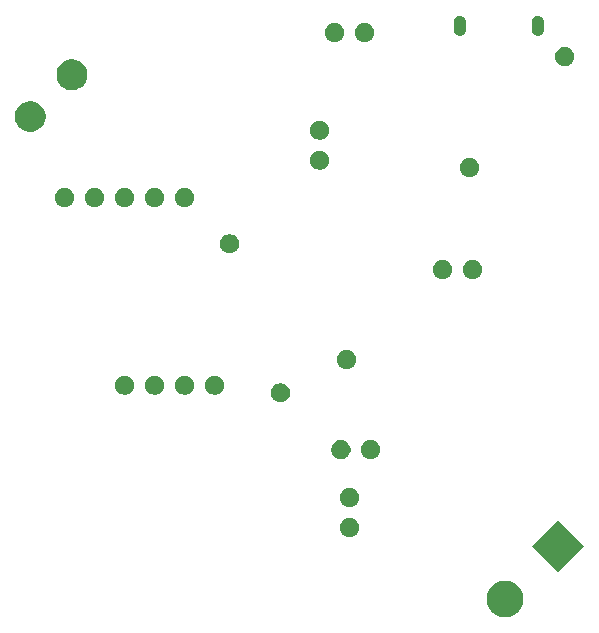
<source format=gbr>
G04 #@! TF.GenerationSoftware,KiCad,Pcbnew,(5.0.1-3-g963ef8bb5)*
G04 #@! TF.CreationDate,2019-03-08T12:42:58-05:00*
G04 #@! TF.ProjectId,badge,62616467652E6B696361645F70636200,rev?*
G04 #@! TF.SameCoordinates,Original*
G04 #@! TF.FileFunction,Soldermask,Bot*
G04 #@! TF.FilePolarity,Negative*
%FSLAX46Y46*%
G04 Gerber Fmt 4.6, Leading zero omitted, Abs format (unit mm)*
G04 Created by KiCad (PCBNEW (5.0.1-3-g963ef8bb5)) date Friday, March 08, 2019 at 12:42:58 PM*
%MOMM*%
%LPD*%
G01*
G04 APERTURE LIST*
%ADD10C,0.100000*%
G04 APERTURE END LIST*
D10*
G36*
X174797409Y-116292259D02*
X174897292Y-116312127D01*
X175179556Y-116429044D01*
X175433587Y-116598782D01*
X175649623Y-116814818D01*
X175819361Y-117068849D01*
X175936278Y-117351113D01*
X175995882Y-117650763D01*
X175995882Y-117956283D01*
X175936278Y-118255933D01*
X175819361Y-118538197D01*
X175649623Y-118792228D01*
X175433587Y-119008264D01*
X175179556Y-119178002D01*
X174897292Y-119294919D01*
X174797409Y-119314787D01*
X174597644Y-119354523D01*
X174292120Y-119354523D01*
X174092355Y-119314787D01*
X173992472Y-119294919D01*
X173710208Y-119178002D01*
X173456177Y-119008264D01*
X173240141Y-118792228D01*
X173070403Y-118538197D01*
X172953486Y-118255933D01*
X172893882Y-117956283D01*
X172893882Y-117650763D01*
X172953486Y-117351113D01*
X173070403Y-117068849D01*
X173240141Y-116814818D01*
X173456177Y-116598782D01*
X173710208Y-116429044D01*
X173992472Y-116312127D01*
X174092355Y-116292259D01*
X174292120Y-116252523D01*
X174597644Y-116252523D01*
X174797409Y-116292259D01*
X174797409Y-116292259D01*
G37*
G36*
X181128456Y-113313395D02*
X178935010Y-115506841D01*
X176741564Y-113313395D01*
X178935010Y-111119949D01*
X181128456Y-113313395D01*
X181128456Y-113313395D01*
G37*
G36*
X161527142Y-110978242D02*
X161675102Y-111039530D01*
X161808258Y-111128502D01*
X161921498Y-111241742D01*
X162010470Y-111374898D01*
X162071758Y-111522858D01*
X162103000Y-111679925D01*
X162103000Y-111840075D01*
X162071758Y-111997142D01*
X162010470Y-112145102D01*
X161921498Y-112278258D01*
X161808258Y-112391498D01*
X161675102Y-112480470D01*
X161527142Y-112541758D01*
X161370075Y-112573000D01*
X161209925Y-112573000D01*
X161052858Y-112541758D01*
X160904898Y-112480470D01*
X160771742Y-112391498D01*
X160658502Y-112278258D01*
X160569530Y-112145102D01*
X160508242Y-111997142D01*
X160477000Y-111840075D01*
X160477000Y-111679925D01*
X160508242Y-111522858D01*
X160569530Y-111374898D01*
X160658502Y-111241742D01*
X160771742Y-111128502D01*
X160904898Y-111039530D01*
X161052858Y-110978242D01*
X161209925Y-110947000D01*
X161370075Y-110947000D01*
X161527142Y-110978242D01*
X161527142Y-110978242D01*
G37*
G36*
X161527142Y-108438242D02*
X161675102Y-108499530D01*
X161808258Y-108588502D01*
X161921498Y-108701742D01*
X162010470Y-108834898D01*
X162071758Y-108982858D01*
X162103000Y-109139925D01*
X162103000Y-109300075D01*
X162071758Y-109457142D01*
X162010470Y-109605102D01*
X161921498Y-109738258D01*
X161808258Y-109851498D01*
X161675102Y-109940470D01*
X161527142Y-110001758D01*
X161370075Y-110033000D01*
X161209925Y-110033000D01*
X161052858Y-110001758D01*
X160904898Y-109940470D01*
X160771742Y-109851498D01*
X160658502Y-109738258D01*
X160569530Y-109605102D01*
X160508242Y-109457142D01*
X160477000Y-109300075D01*
X160477000Y-109139925D01*
X160508242Y-108982858D01*
X160569530Y-108834898D01*
X160658502Y-108701742D01*
X160771742Y-108588502D01*
X160904898Y-108499530D01*
X161052858Y-108438242D01*
X161209925Y-108407000D01*
X161370075Y-108407000D01*
X161527142Y-108438242D01*
X161527142Y-108438242D01*
G37*
G36*
X163305142Y-104374242D02*
X163453102Y-104435530D01*
X163586258Y-104524502D01*
X163699498Y-104637742D01*
X163788470Y-104770898D01*
X163849758Y-104918858D01*
X163881000Y-105075925D01*
X163881000Y-105236075D01*
X163849758Y-105393142D01*
X163788470Y-105541102D01*
X163699498Y-105674258D01*
X163586258Y-105787498D01*
X163453102Y-105876470D01*
X163305142Y-105937758D01*
X163148075Y-105969000D01*
X162987925Y-105969000D01*
X162830858Y-105937758D01*
X162682898Y-105876470D01*
X162549742Y-105787498D01*
X162436502Y-105674258D01*
X162347530Y-105541102D01*
X162286242Y-105393142D01*
X162255000Y-105236075D01*
X162255000Y-105075925D01*
X162286242Y-104918858D01*
X162347530Y-104770898D01*
X162436502Y-104637742D01*
X162549742Y-104524502D01*
X162682898Y-104435530D01*
X162830858Y-104374242D01*
X162987925Y-104343000D01*
X163148075Y-104343000D01*
X163305142Y-104374242D01*
X163305142Y-104374242D01*
G37*
G36*
X160790542Y-104374242D02*
X160938502Y-104435530D01*
X161071658Y-104524502D01*
X161184898Y-104637742D01*
X161273870Y-104770898D01*
X161335158Y-104918858D01*
X161366400Y-105075925D01*
X161366400Y-105236075D01*
X161335158Y-105393142D01*
X161273870Y-105541102D01*
X161184898Y-105674258D01*
X161071658Y-105787498D01*
X160938502Y-105876470D01*
X160790542Y-105937758D01*
X160633475Y-105969000D01*
X160473325Y-105969000D01*
X160316258Y-105937758D01*
X160168298Y-105876470D01*
X160035142Y-105787498D01*
X159921902Y-105674258D01*
X159832930Y-105541102D01*
X159771642Y-105393142D01*
X159740400Y-105236075D01*
X159740400Y-105075925D01*
X159771642Y-104918858D01*
X159832930Y-104770898D01*
X159921902Y-104637742D01*
X160035142Y-104524502D01*
X160168298Y-104435530D01*
X160316258Y-104374242D01*
X160473325Y-104343000D01*
X160633475Y-104343000D01*
X160790542Y-104374242D01*
X160790542Y-104374242D01*
G37*
G36*
X155662142Y-99568242D02*
X155810102Y-99629530D01*
X155943258Y-99718502D01*
X156056498Y-99831742D01*
X156145470Y-99964898D01*
X156206758Y-100112858D01*
X156238000Y-100269925D01*
X156238000Y-100430075D01*
X156206758Y-100587142D01*
X156145470Y-100735102D01*
X156056498Y-100868258D01*
X155943258Y-100981498D01*
X155810102Y-101070470D01*
X155662142Y-101131758D01*
X155505075Y-101163000D01*
X155344925Y-101163000D01*
X155187858Y-101131758D01*
X155039898Y-101070470D01*
X154906742Y-100981498D01*
X154793502Y-100868258D01*
X154704530Y-100735102D01*
X154643242Y-100587142D01*
X154612000Y-100430075D01*
X154612000Y-100269925D01*
X154643242Y-100112858D01*
X154704530Y-99964898D01*
X154793502Y-99831742D01*
X154906742Y-99718502D01*
X155039898Y-99629530D01*
X155187858Y-99568242D01*
X155344925Y-99537000D01*
X155505075Y-99537000D01*
X155662142Y-99568242D01*
X155662142Y-99568242D01*
G37*
G36*
X145017142Y-98913242D02*
X145165102Y-98974530D01*
X145298258Y-99063502D01*
X145411498Y-99176742D01*
X145500470Y-99309898D01*
X145561758Y-99457858D01*
X145593000Y-99614925D01*
X145593000Y-99775075D01*
X145561758Y-99932142D01*
X145500470Y-100080102D01*
X145411498Y-100213258D01*
X145298258Y-100326498D01*
X145165102Y-100415470D01*
X145017142Y-100476758D01*
X144860075Y-100508000D01*
X144699925Y-100508000D01*
X144542858Y-100476758D01*
X144394898Y-100415470D01*
X144261742Y-100326498D01*
X144148502Y-100213258D01*
X144059530Y-100080102D01*
X143998242Y-99932142D01*
X143967000Y-99775075D01*
X143967000Y-99614925D01*
X143998242Y-99457858D01*
X144059530Y-99309898D01*
X144148502Y-99176742D01*
X144261742Y-99063502D01*
X144394898Y-98974530D01*
X144542858Y-98913242D01*
X144699925Y-98882000D01*
X144860075Y-98882000D01*
X145017142Y-98913242D01*
X145017142Y-98913242D01*
G37*
G36*
X142477142Y-98913242D02*
X142625102Y-98974530D01*
X142758258Y-99063502D01*
X142871498Y-99176742D01*
X142960470Y-99309898D01*
X143021758Y-99457858D01*
X143053000Y-99614925D01*
X143053000Y-99775075D01*
X143021758Y-99932142D01*
X142960470Y-100080102D01*
X142871498Y-100213258D01*
X142758258Y-100326498D01*
X142625102Y-100415470D01*
X142477142Y-100476758D01*
X142320075Y-100508000D01*
X142159925Y-100508000D01*
X142002858Y-100476758D01*
X141854898Y-100415470D01*
X141721742Y-100326498D01*
X141608502Y-100213258D01*
X141519530Y-100080102D01*
X141458242Y-99932142D01*
X141427000Y-99775075D01*
X141427000Y-99614925D01*
X141458242Y-99457858D01*
X141519530Y-99309898D01*
X141608502Y-99176742D01*
X141721742Y-99063502D01*
X141854898Y-98974530D01*
X142002858Y-98913242D01*
X142159925Y-98882000D01*
X142320075Y-98882000D01*
X142477142Y-98913242D01*
X142477142Y-98913242D01*
G37*
G36*
X150097142Y-98913242D02*
X150245102Y-98974530D01*
X150378258Y-99063502D01*
X150491498Y-99176742D01*
X150580470Y-99309898D01*
X150641758Y-99457858D01*
X150673000Y-99614925D01*
X150673000Y-99775075D01*
X150641758Y-99932142D01*
X150580470Y-100080102D01*
X150491498Y-100213258D01*
X150378258Y-100326498D01*
X150245102Y-100415470D01*
X150097142Y-100476758D01*
X149940075Y-100508000D01*
X149779925Y-100508000D01*
X149622858Y-100476758D01*
X149474898Y-100415470D01*
X149341742Y-100326498D01*
X149228502Y-100213258D01*
X149139530Y-100080102D01*
X149078242Y-99932142D01*
X149047000Y-99775075D01*
X149047000Y-99614925D01*
X149078242Y-99457858D01*
X149139530Y-99309898D01*
X149228502Y-99176742D01*
X149341742Y-99063502D01*
X149474898Y-98974530D01*
X149622858Y-98913242D01*
X149779925Y-98882000D01*
X149940075Y-98882000D01*
X150097142Y-98913242D01*
X150097142Y-98913242D01*
G37*
G36*
X147557142Y-98913242D02*
X147705102Y-98974530D01*
X147838258Y-99063502D01*
X147951498Y-99176742D01*
X148040470Y-99309898D01*
X148101758Y-99457858D01*
X148133000Y-99614925D01*
X148133000Y-99775075D01*
X148101758Y-99932142D01*
X148040470Y-100080102D01*
X147951498Y-100213258D01*
X147838258Y-100326498D01*
X147705102Y-100415470D01*
X147557142Y-100476758D01*
X147400075Y-100508000D01*
X147239925Y-100508000D01*
X147082858Y-100476758D01*
X146934898Y-100415470D01*
X146801742Y-100326498D01*
X146688502Y-100213258D01*
X146599530Y-100080102D01*
X146538242Y-99932142D01*
X146507000Y-99775075D01*
X146507000Y-99614925D01*
X146538242Y-99457858D01*
X146599530Y-99309898D01*
X146688502Y-99176742D01*
X146801742Y-99063502D01*
X146934898Y-98974530D01*
X147082858Y-98913242D01*
X147239925Y-98882000D01*
X147400075Y-98882000D01*
X147557142Y-98913242D01*
X147557142Y-98913242D01*
G37*
G36*
X161273142Y-96754242D02*
X161421102Y-96815530D01*
X161554258Y-96904502D01*
X161667498Y-97017742D01*
X161756470Y-97150898D01*
X161817758Y-97298858D01*
X161849000Y-97455925D01*
X161849000Y-97616075D01*
X161817758Y-97773142D01*
X161756470Y-97921102D01*
X161667498Y-98054258D01*
X161554258Y-98167498D01*
X161421102Y-98256470D01*
X161273142Y-98317758D01*
X161116075Y-98349000D01*
X160955925Y-98349000D01*
X160798858Y-98317758D01*
X160650898Y-98256470D01*
X160517742Y-98167498D01*
X160404502Y-98054258D01*
X160315530Y-97921102D01*
X160254242Y-97773142D01*
X160223000Y-97616075D01*
X160223000Y-97455925D01*
X160254242Y-97298858D01*
X160315530Y-97150898D01*
X160404502Y-97017742D01*
X160517742Y-96904502D01*
X160650898Y-96815530D01*
X160798858Y-96754242D01*
X160955925Y-96723000D01*
X161116075Y-96723000D01*
X161273142Y-96754242D01*
X161273142Y-96754242D01*
G37*
G36*
X169401142Y-89134242D02*
X169549102Y-89195530D01*
X169682258Y-89284502D01*
X169795498Y-89397742D01*
X169884470Y-89530898D01*
X169945758Y-89678858D01*
X169977000Y-89835925D01*
X169977000Y-89996075D01*
X169945758Y-90153142D01*
X169884470Y-90301102D01*
X169795498Y-90434258D01*
X169682258Y-90547498D01*
X169549102Y-90636470D01*
X169401142Y-90697758D01*
X169244075Y-90729000D01*
X169083925Y-90729000D01*
X168926858Y-90697758D01*
X168778898Y-90636470D01*
X168645742Y-90547498D01*
X168532502Y-90434258D01*
X168443530Y-90301102D01*
X168382242Y-90153142D01*
X168351000Y-89996075D01*
X168351000Y-89835925D01*
X168382242Y-89678858D01*
X168443530Y-89530898D01*
X168532502Y-89397742D01*
X168645742Y-89284502D01*
X168778898Y-89195530D01*
X168926858Y-89134242D01*
X169083925Y-89103000D01*
X169244075Y-89103000D01*
X169401142Y-89134242D01*
X169401142Y-89134242D01*
G37*
G36*
X171941142Y-89134242D02*
X172089102Y-89195530D01*
X172222258Y-89284502D01*
X172335498Y-89397742D01*
X172424470Y-89530898D01*
X172485758Y-89678858D01*
X172517000Y-89835925D01*
X172517000Y-89996075D01*
X172485758Y-90153142D01*
X172424470Y-90301102D01*
X172335498Y-90434258D01*
X172222258Y-90547498D01*
X172089102Y-90636470D01*
X171941142Y-90697758D01*
X171784075Y-90729000D01*
X171623925Y-90729000D01*
X171466858Y-90697758D01*
X171318898Y-90636470D01*
X171185742Y-90547498D01*
X171072502Y-90434258D01*
X170983530Y-90301102D01*
X170922242Y-90153142D01*
X170891000Y-89996075D01*
X170891000Y-89835925D01*
X170922242Y-89678858D01*
X170983530Y-89530898D01*
X171072502Y-89397742D01*
X171185742Y-89284502D01*
X171318898Y-89195530D01*
X171466858Y-89134242D01*
X171623925Y-89103000D01*
X171784075Y-89103000D01*
X171941142Y-89134242D01*
X171941142Y-89134242D01*
G37*
G36*
X151367142Y-86949842D02*
X151515102Y-87011130D01*
X151648258Y-87100102D01*
X151761498Y-87213342D01*
X151850470Y-87346498D01*
X151911758Y-87494458D01*
X151943000Y-87651525D01*
X151943000Y-87811675D01*
X151911758Y-87968742D01*
X151850470Y-88116702D01*
X151761498Y-88249858D01*
X151648258Y-88363098D01*
X151515102Y-88452070D01*
X151367142Y-88513358D01*
X151210075Y-88544600D01*
X151049925Y-88544600D01*
X150892858Y-88513358D01*
X150744898Y-88452070D01*
X150611742Y-88363098D01*
X150498502Y-88249858D01*
X150409530Y-88116702D01*
X150348242Y-87968742D01*
X150317000Y-87811675D01*
X150317000Y-87651525D01*
X150348242Y-87494458D01*
X150409530Y-87346498D01*
X150498502Y-87213342D01*
X150611742Y-87100102D01*
X150744898Y-87011130D01*
X150892858Y-86949842D01*
X151049925Y-86918600D01*
X151210075Y-86918600D01*
X151367142Y-86949842D01*
X151367142Y-86949842D01*
G37*
G36*
X142477142Y-83038242D02*
X142625102Y-83099530D01*
X142758258Y-83188502D01*
X142871498Y-83301742D01*
X142960470Y-83434898D01*
X143021758Y-83582858D01*
X143053000Y-83739925D01*
X143053000Y-83900075D01*
X143021758Y-84057142D01*
X142960470Y-84205102D01*
X142871498Y-84338258D01*
X142758258Y-84451498D01*
X142625102Y-84540470D01*
X142477142Y-84601758D01*
X142320075Y-84633000D01*
X142159925Y-84633000D01*
X142002858Y-84601758D01*
X141854898Y-84540470D01*
X141721742Y-84451498D01*
X141608502Y-84338258D01*
X141519530Y-84205102D01*
X141458242Y-84057142D01*
X141427000Y-83900075D01*
X141427000Y-83739925D01*
X141458242Y-83582858D01*
X141519530Y-83434898D01*
X141608502Y-83301742D01*
X141721742Y-83188502D01*
X141854898Y-83099530D01*
X142002858Y-83038242D01*
X142159925Y-83007000D01*
X142320075Y-83007000D01*
X142477142Y-83038242D01*
X142477142Y-83038242D01*
G37*
G36*
X139937142Y-83038242D02*
X140085102Y-83099530D01*
X140218258Y-83188502D01*
X140331498Y-83301742D01*
X140420470Y-83434898D01*
X140481758Y-83582858D01*
X140513000Y-83739925D01*
X140513000Y-83900075D01*
X140481758Y-84057142D01*
X140420470Y-84205102D01*
X140331498Y-84338258D01*
X140218258Y-84451498D01*
X140085102Y-84540470D01*
X139937142Y-84601758D01*
X139780075Y-84633000D01*
X139619925Y-84633000D01*
X139462858Y-84601758D01*
X139314898Y-84540470D01*
X139181742Y-84451498D01*
X139068502Y-84338258D01*
X138979530Y-84205102D01*
X138918242Y-84057142D01*
X138887000Y-83900075D01*
X138887000Y-83739925D01*
X138918242Y-83582858D01*
X138979530Y-83434898D01*
X139068502Y-83301742D01*
X139181742Y-83188502D01*
X139314898Y-83099530D01*
X139462858Y-83038242D01*
X139619925Y-83007000D01*
X139780075Y-83007000D01*
X139937142Y-83038242D01*
X139937142Y-83038242D01*
G37*
G36*
X137397142Y-83038242D02*
X137545102Y-83099530D01*
X137678258Y-83188502D01*
X137791498Y-83301742D01*
X137880470Y-83434898D01*
X137941758Y-83582858D01*
X137973000Y-83739925D01*
X137973000Y-83900075D01*
X137941758Y-84057142D01*
X137880470Y-84205102D01*
X137791498Y-84338258D01*
X137678258Y-84451498D01*
X137545102Y-84540470D01*
X137397142Y-84601758D01*
X137240075Y-84633000D01*
X137079925Y-84633000D01*
X136922858Y-84601758D01*
X136774898Y-84540470D01*
X136641742Y-84451498D01*
X136528502Y-84338258D01*
X136439530Y-84205102D01*
X136378242Y-84057142D01*
X136347000Y-83900075D01*
X136347000Y-83739925D01*
X136378242Y-83582858D01*
X136439530Y-83434898D01*
X136528502Y-83301742D01*
X136641742Y-83188502D01*
X136774898Y-83099530D01*
X136922858Y-83038242D01*
X137079925Y-83007000D01*
X137240075Y-83007000D01*
X137397142Y-83038242D01*
X137397142Y-83038242D01*
G37*
G36*
X145017142Y-83038242D02*
X145165102Y-83099530D01*
X145298258Y-83188502D01*
X145411498Y-83301742D01*
X145500470Y-83434898D01*
X145561758Y-83582858D01*
X145593000Y-83739925D01*
X145593000Y-83900075D01*
X145561758Y-84057142D01*
X145500470Y-84205102D01*
X145411498Y-84338258D01*
X145298258Y-84451498D01*
X145165102Y-84540470D01*
X145017142Y-84601758D01*
X144860075Y-84633000D01*
X144699925Y-84633000D01*
X144542858Y-84601758D01*
X144394898Y-84540470D01*
X144261742Y-84451498D01*
X144148502Y-84338258D01*
X144059530Y-84205102D01*
X143998242Y-84057142D01*
X143967000Y-83900075D01*
X143967000Y-83739925D01*
X143998242Y-83582858D01*
X144059530Y-83434898D01*
X144148502Y-83301742D01*
X144261742Y-83188502D01*
X144394898Y-83099530D01*
X144542858Y-83038242D01*
X144699925Y-83007000D01*
X144860075Y-83007000D01*
X145017142Y-83038242D01*
X145017142Y-83038242D01*
G37*
G36*
X147557142Y-83038242D02*
X147705102Y-83099530D01*
X147838258Y-83188502D01*
X147951498Y-83301742D01*
X148040470Y-83434898D01*
X148101758Y-83582858D01*
X148133000Y-83739925D01*
X148133000Y-83900075D01*
X148101758Y-84057142D01*
X148040470Y-84205102D01*
X147951498Y-84338258D01*
X147838258Y-84451498D01*
X147705102Y-84540470D01*
X147557142Y-84601758D01*
X147400075Y-84633000D01*
X147239925Y-84633000D01*
X147082858Y-84601758D01*
X146934898Y-84540470D01*
X146801742Y-84451498D01*
X146688502Y-84338258D01*
X146599530Y-84205102D01*
X146538242Y-84057142D01*
X146507000Y-83900075D01*
X146507000Y-83739925D01*
X146538242Y-83582858D01*
X146599530Y-83434898D01*
X146688502Y-83301742D01*
X146801742Y-83188502D01*
X146934898Y-83099530D01*
X147082858Y-83038242D01*
X147239925Y-83007000D01*
X147400075Y-83007000D01*
X147557142Y-83038242D01*
X147557142Y-83038242D01*
G37*
G36*
X171687142Y-80498242D02*
X171835102Y-80559530D01*
X171968258Y-80648502D01*
X172081498Y-80761742D01*
X172170470Y-80894898D01*
X172231758Y-81042858D01*
X172263000Y-81199925D01*
X172263000Y-81360075D01*
X172231758Y-81517142D01*
X172170470Y-81665102D01*
X172081498Y-81798258D01*
X171968258Y-81911498D01*
X171835102Y-82000470D01*
X171687142Y-82061758D01*
X171530075Y-82093000D01*
X171369925Y-82093000D01*
X171212858Y-82061758D01*
X171064898Y-82000470D01*
X170931742Y-81911498D01*
X170818502Y-81798258D01*
X170729530Y-81665102D01*
X170668242Y-81517142D01*
X170637000Y-81360075D01*
X170637000Y-81199925D01*
X170668242Y-81042858D01*
X170729530Y-80894898D01*
X170818502Y-80761742D01*
X170931742Y-80648502D01*
X171064898Y-80559530D01*
X171212858Y-80498242D01*
X171369925Y-80467000D01*
X171530075Y-80467000D01*
X171687142Y-80498242D01*
X171687142Y-80498242D01*
G37*
G36*
X158987142Y-79863242D02*
X159135102Y-79924530D01*
X159268258Y-80013502D01*
X159381498Y-80126742D01*
X159470470Y-80259898D01*
X159531758Y-80407858D01*
X159563000Y-80564925D01*
X159563000Y-80725075D01*
X159531758Y-80882142D01*
X159470470Y-81030102D01*
X159381498Y-81163258D01*
X159268258Y-81276498D01*
X159135102Y-81365470D01*
X158987142Y-81426758D01*
X158830075Y-81458000D01*
X158669925Y-81458000D01*
X158512858Y-81426758D01*
X158364898Y-81365470D01*
X158231742Y-81276498D01*
X158118502Y-81163258D01*
X158029530Y-81030102D01*
X157968242Y-80882142D01*
X157937000Y-80725075D01*
X157937000Y-80564925D01*
X157968242Y-80407858D01*
X158029530Y-80259898D01*
X158118502Y-80126742D01*
X158231742Y-80013502D01*
X158364898Y-79924530D01*
X158512858Y-79863242D01*
X158669925Y-79832000D01*
X158830075Y-79832000D01*
X158987142Y-79863242D01*
X158987142Y-79863242D01*
G37*
G36*
X158987142Y-77323242D02*
X159135102Y-77384530D01*
X159268258Y-77473502D01*
X159381498Y-77586742D01*
X159470470Y-77719898D01*
X159531758Y-77867858D01*
X159563000Y-78024925D01*
X159563000Y-78185075D01*
X159531758Y-78342142D01*
X159470470Y-78490102D01*
X159381498Y-78623258D01*
X159268258Y-78736498D01*
X159135102Y-78825470D01*
X158987142Y-78886758D01*
X158830075Y-78918000D01*
X158669925Y-78918000D01*
X158512858Y-78886758D01*
X158364898Y-78825470D01*
X158231742Y-78736498D01*
X158118502Y-78623258D01*
X158029530Y-78490102D01*
X157968242Y-78342142D01*
X157937000Y-78185075D01*
X157937000Y-78024925D01*
X157968242Y-77867858D01*
X158029530Y-77719898D01*
X158118502Y-77586742D01*
X158231742Y-77473502D01*
X158364898Y-77384530D01*
X158512858Y-77323242D01*
X158669925Y-77292000D01*
X158830075Y-77292000D01*
X158987142Y-77323242D01*
X158987142Y-77323242D01*
G37*
G36*
X134628718Y-75700763D02*
X134628720Y-75700764D01*
X134628721Y-75700764D01*
X134865488Y-75798836D01*
X135078575Y-75941216D01*
X135259784Y-76122425D01*
X135402164Y-76335512D01*
X135500237Y-76572282D01*
X135550233Y-76823628D01*
X135550233Y-77079906D01*
X135500237Y-77331252D01*
X135402164Y-77568022D01*
X135259784Y-77781109D01*
X135078575Y-77962318D01*
X135078572Y-77962320D01*
X134865488Y-78104698D01*
X134628721Y-78202770D01*
X134628720Y-78202770D01*
X134628718Y-78202771D01*
X134377372Y-78252767D01*
X134121094Y-78252767D01*
X133869748Y-78202771D01*
X133869746Y-78202770D01*
X133869745Y-78202770D01*
X133632978Y-78104698D01*
X133419894Y-77962320D01*
X133419891Y-77962318D01*
X133238682Y-77781109D01*
X133096302Y-77568022D01*
X132998229Y-77331252D01*
X132948233Y-77079906D01*
X132948233Y-76823628D01*
X132998229Y-76572282D01*
X133096302Y-76335512D01*
X133238682Y-76122425D01*
X133419891Y-75941216D01*
X133632978Y-75798836D01*
X133869745Y-75700764D01*
X133869746Y-75700764D01*
X133869748Y-75700763D01*
X134121094Y-75650767D01*
X134377372Y-75650767D01*
X134628718Y-75700763D01*
X134628718Y-75700763D01*
G37*
G36*
X138164252Y-72165229D02*
X138164254Y-72165230D01*
X138164255Y-72165230D01*
X138401022Y-72263302D01*
X138614109Y-72405682D01*
X138795318Y-72586891D01*
X138937698Y-72799978D01*
X139035771Y-73036748D01*
X139085767Y-73288094D01*
X139085767Y-73544372D01*
X139035771Y-73795718D01*
X138937698Y-74032488D01*
X138795318Y-74245575D01*
X138614109Y-74426784D01*
X138614106Y-74426786D01*
X138401022Y-74569164D01*
X138164255Y-74667236D01*
X138164254Y-74667236D01*
X138164252Y-74667237D01*
X137912906Y-74717233D01*
X137656628Y-74717233D01*
X137405282Y-74667237D01*
X137405280Y-74667236D01*
X137405279Y-74667236D01*
X137168512Y-74569164D01*
X136955428Y-74426786D01*
X136955425Y-74426784D01*
X136774216Y-74245575D01*
X136631836Y-74032488D01*
X136533763Y-73795718D01*
X136483767Y-73544372D01*
X136483767Y-73288094D01*
X136533763Y-73036748D01*
X136631836Y-72799978D01*
X136774216Y-72586891D01*
X136955425Y-72405682D01*
X137168512Y-72263302D01*
X137405279Y-72165230D01*
X137405280Y-72165230D01*
X137405282Y-72165229D01*
X137656628Y-72115233D01*
X137912906Y-72115233D01*
X138164252Y-72165229D01*
X138164252Y-72165229D01*
G37*
G36*
X179738942Y-71100242D02*
X179886902Y-71161530D01*
X180020058Y-71250502D01*
X180133298Y-71363742D01*
X180222270Y-71496898D01*
X180283558Y-71644858D01*
X180314800Y-71801925D01*
X180314800Y-71962075D01*
X180283558Y-72119142D01*
X180222270Y-72267102D01*
X180133298Y-72400258D01*
X180020058Y-72513498D01*
X179886902Y-72602470D01*
X179738942Y-72663758D01*
X179581875Y-72695000D01*
X179421725Y-72695000D01*
X179264658Y-72663758D01*
X179116698Y-72602470D01*
X178983542Y-72513498D01*
X178870302Y-72400258D01*
X178781330Y-72267102D01*
X178720042Y-72119142D01*
X178688800Y-71962075D01*
X178688800Y-71801925D01*
X178720042Y-71644858D01*
X178781330Y-71496898D01*
X178870302Y-71363742D01*
X178983542Y-71250502D01*
X179116698Y-71161530D01*
X179264658Y-71100242D01*
X179421725Y-71069000D01*
X179581875Y-71069000D01*
X179738942Y-71100242D01*
X179738942Y-71100242D01*
G37*
G36*
X160257142Y-69068242D02*
X160405102Y-69129530D01*
X160538258Y-69218502D01*
X160651498Y-69331742D01*
X160740470Y-69464898D01*
X160801758Y-69612858D01*
X160833000Y-69769925D01*
X160833000Y-69930075D01*
X160801758Y-70087142D01*
X160740470Y-70235102D01*
X160651498Y-70368258D01*
X160538258Y-70481498D01*
X160405102Y-70570470D01*
X160257142Y-70631758D01*
X160100075Y-70663000D01*
X159939925Y-70663000D01*
X159782858Y-70631758D01*
X159634898Y-70570470D01*
X159501742Y-70481498D01*
X159388502Y-70368258D01*
X159299530Y-70235102D01*
X159238242Y-70087142D01*
X159207000Y-69930075D01*
X159207000Y-69769925D01*
X159238242Y-69612858D01*
X159299530Y-69464898D01*
X159388502Y-69331742D01*
X159501742Y-69218502D01*
X159634898Y-69129530D01*
X159782858Y-69068242D01*
X159939925Y-69037000D01*
X160100075Y-69037000D01*
X160257142Y-69068242D01*
X160257142Y-69068242D01*
G37*
G36*
X162797142Y-69068242D02*
X162945102Y-69129530D01*
X163078258Y-69218502D01*
X163191498Y-69331742D01*
X163280470Y-69464898D01*
X163341758Y-69612858D01*
X163373000Y-69769925D01*
X163373000Y-69930075D01*
X163341758Y-70087142D01*
X163280470Y-70235102D01*
X163191498Y-70368258D01*
X163078258Y-70481498D01*
X162945102Y-70570470D01*
X162797142Y-70631758D01*
X162640075Y-70663000D01*
X162479925Y-70663000D01*
X162322858Y-70631758D01*
X162174898Y-70570470D01*
X162041742Y-70481498D01*
X161928502Y-70368258D01*
X161839530Y-70235102D01*
X161778242Y-70087142D01*
X161747000Y-69930075D01*
X161747000Y-69769925D01*
X161778242Y-69612858D01*
X161839530Y-69464898D01*
X161928502Y-69331742D01*
X162041742Y-69218502D01*
X162174898Y-69129530D01*
X162322858Y-69068242D01*
X162479925Y-69037000D01*
X162640075Y-69037000D01*
X162797142Y-69068242D01*
X162797142Y-69068242D01*
G37*
G36*
X177318213Y-68420249D02*
X177412652Y-68448897D01*
X177499687Y-68495418D01*
X177575975Y-68558025D01*
X177638582Y-68634313D01*
X177685103Y-68721348D01*
X177713751Y-68815787D01*
X177721000Y-68889388D01*
X177721000Y-69638612D01*
X177713751Y-69712213D01*
X177685103Y-69806652D01*
X177638582Y-69893687D01*
X177575975Y-69969975D01*
X177499687Y-70032582D01*
X177412651Y-70079103D01*
X177318212Y-70107751D01*
X177220000Y-70117424D01*
X177121787Y-70107751D01*
X177027348Y-70079103D01*
X176940313Y-70032582D01*
X176864025Y-69969975D01*
X176801418Y-69893687D01*
X176754897Y-69806651D01*
X176726249Y-69712212D01*
X176719000Y-69638611D01*
X176719000Y-68889398D01*
X176726250Y-68815789D01*
X176726250Y-68815787D01*
X176754898Y-68721348D01*
X176754898Y-68721347D01*
X176801420Y-68634312D01*
X176864026Y-68558025D01*
X176940314Y-68495418D01*
X177027349Y-68448897D01*
X177121788Y-68420249D01*
X177220000Y-68410576D01*
X177318213Y-68420249D01*
X177318213Y-68420249D01*
G37*
G36*
X170718213Y-68420249D02*
X170812652Y-68448897D01*
X170899687Y-68495418D01*
X170975975Y-68558025D01*
X171038582Y-68634313D01*
X171085103Y-68721348D01*
X171113751Y-68815787D01*
X171121000Y-68889388D01*
X171121000Y-69638612D01*
X171113751Y-69712213D01*
X171085103Y-69806652D01*
X171038582Y-69893687D01*
X170975975Y-69969975D01*
X170899687Y-70032582D01*
X170812651Y-70079103D01*
X170718212Y-70107751D01*
X170620000Y-70117424D01*
X170521787Y-70107751D01*
X170427348Y-70079103D01*
X170340313Y-70032582D01*
X170264025Y-69969975D01*
X170201418Y-69893687D01*
X170154897Y-69806651D01*
X170126249Y-69712212D01*
X170119000Y-69638611D01*
X170119000Y-68889398D01*
X170126250Y-68815789D01*
X170126250Y-68815787D01*
X170154898Y-68721348D01*
X170154898Y-68721347D01*
X170201420Y-68634312D01*
X170264026Y-68558025D01*
X170340314Y-68495418D01*
X170427349Y-68448897D01*
X170521788Y-68420249D01*
X170620000Y-68410576D01*
X170718213Y-68420249D01*
X170718213Y-68420249D01*
G37*
M02*

</source>
